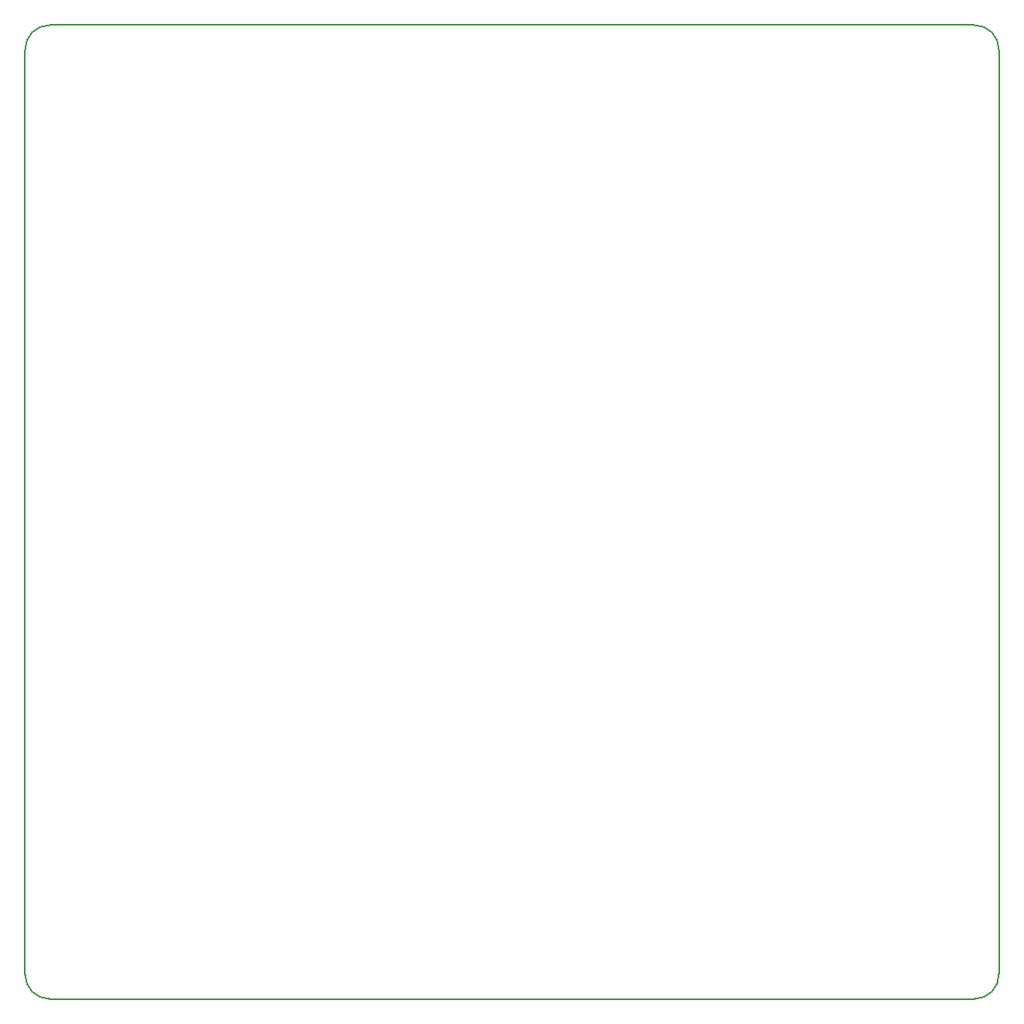
<source format=gbr>
G04 #@! TF.GenerationSoftware,KiCad,Pcbnew,5.0.0-fee4fd1~66~ubuntu16.04.1*
G04 #@! TF.CreationDate,2018-11-19T11:17:55+01:00*
G04 #@! TF.ProjectId,byggern,6279676765726E2E6B696361645F7063,rev?*
G04 #@! TF.SameCoordinates,Original*
G04 #@! TF.FileFunction,Profile,NP*
%FSLAX46Y46*%
G04 Gerber Fmt 4.6, Leading zero omitted, Abs format (unit mm)*
G04 Created by KiCad (PCBNEW 5.0.0-fee4fd1~66~ubuntu16.04.1) date Mon Nov 19 11:17:55 2018*
%MOMM*%
%LPD*%
G01*
G04 APERTURE LIST*
%ADD10C,0.150000*%
G04 APERTURE END LIST*
D10*
X19500000Y-118200000D02*
X19500000Y-23200000D01*
X117000000Y-120700000D02*
X22000000Y-120700000D01*
X119500000Y-23200000D02*
X119500000Y-118100000D01*
X22000000Y-20700000D02*
X117000000Y-20700000D01*
X117000000Y-20700000D02*
G75*
G02X119500000Y-23200000I0J-2500000D01*
G01*
X19500000Y-23200000D02*
G75*
G02X22000000Y-20700000I2500000J0D01*
G01*
X22000000Y-120700000D02*
G75*
G02X19500000Y-118200000I0J2500000D01*
G01*
X119496881Y-118075156D02*
G75*
G02X117000000Y-120700000I-2496881J-124844D01*
G01*
M02*

</source>
